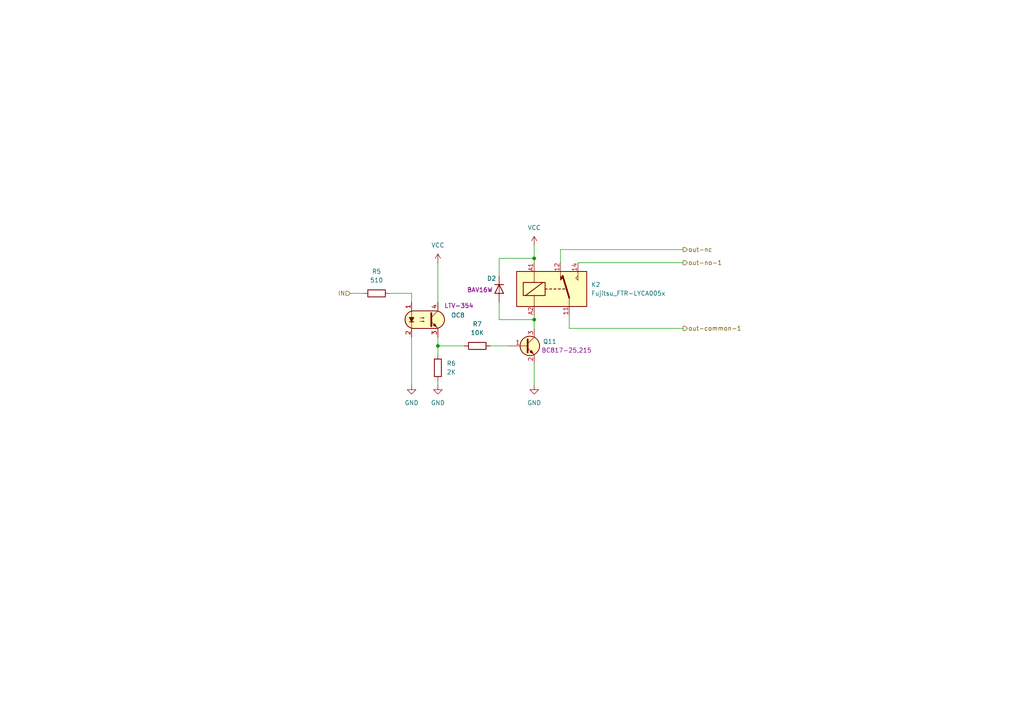
<source format=kicad_sch>
(kicad_sch (version 20250114) (generator "eeschema") (generator_version "9.0")
  (paper "A4")
  (lib_symbols
    (symbol "Diode:1N4148WT" (pin_numbers (hide yes)) (pin_names (hide yes))
      (property "Reference" "D" (at 0 2.54 0))
      (property "Value" "1N4148WT" (at 0 -2.54 0))
      (symbol "1N4148WT_0_1"
        (polyline (pts (xy -1.27 1.27) (xy -1.27 -1.27)) (stroke (width 0.254)))
        (polyline (pts (xy 1.27 1.27) (xy 1.27 -1.27) (xy -1.27 0) (xy 1.27 1.27)) (stroke (width 0.254)))
        (polyline (pts (xy 1.27 0) (xy -1.27 0)))
      )
      (symbol "1N4148WT_1_1"
        (pin passive line (at -3.81 0 0) (length 2.54) (name "K") (number "1"))
        (pin passive line (at 3.81 0 180) (length 2.54) (name "A") (number "2"))
      )
    )
    (symbol "Optocoupler_AKL:FOD817S" (pin_names (offset 1.016))
      (property "Reference" "OC" (at 6.35 1.27 0))
      (property "Value" "FOD817S" (at 6.35 -1.27 0))
      (symbol "FOD817S_0_1"
        (polyline (pts (xy -4.445 -0.635) (xy -3.175 -0.635)) (stroke (width 0.254)))
        (polyline (pts (xy -3.81 -0.635) (xy -4.445 0.635) (xy -3.175 0.635) (xy -3.81 -0.635)) (stroke (width 0.254)) (fill (type outline)))
        (polyline (pts (xy -3.81 -2.54) (xy -3.81 -1.27) (xy -3.81 2.54)) (stroke (width 0.1524)))
        (polyline (pts (xy -3.175 2.54) (xy 3.175 2.54)) (stroke (width 0.254)))
        (arc (start -3.1975 -2.54) (mid -5.7151 0) (end -3.1975 2.54) (stroke (width 0.254)))
        (polyline (pts (xy -2.54 2.54) (xy 3.429 2.54) (xy 4.318 2.286) (xy 4.699 2.032) (xy 5.08 1.651) (xy 5.461 1.016) (xy 5.715 0.381) (xy 5.715 -0.381) (xy 5.461 -1.143) (xy 4.826 -1.905) (xy 4.191 -2.286) (xy 3.302 -2.54) (xy -3.81 -2.54) (xy -3.81 -2.54) (xy -4.572 -2.032) (xy -5.08 -1.778) (xy -5.588 -0.508) (xy -5.588 0.254) (xy -5.588 1.016) (xy -5.08 1.778) (xy -4.318 2.286) (xy -3.556 2.54) (xy -2.54 2.54)) (stroke (width 0.01)) (fill (type background)))
        (polyline (pts (xy -1.397 0.508) (xy -0.127 0.508) (xy -0.508 0.381) (xy -0.508 0.635) (xy -0.127 0.508)))
        (polyline (pts (xy -1.397 -0.508) (xy -0.127 -0.508) (xy -0.508 -0.635) (xy -0.508 -0.381) (xy -0.127 -0.508)))
        (polyline (pts (xy 1.905 1.905) (xy 1.905 -1.905) (xy 1.905 -1.905)) (stroke (width 0.508)))
        (polyline (pts (xy 1.905 0.635) (xy 3.81 2.54)))
        (polyline (pts (xy 2.413 -1.651) (xy 2.921 -1.143) (xy 3.429 -2.159) (xy 2.413 -1.651) (xy 2.413 -1.651)) (fill (type outline)))
        (arc (start 3.1975 2.54) (mid 5.7151 0) (end 3.1975 -2.54) (stroke (width 0.254)))
        (polyline (pts (xy 3.175 -2.54) (xy -3.175 -2.54)) (stroke (width 0.254)))
        (polyline (pts (xy 3.81 -2.54) (xy 1.905 -0.635)) (fill (type outline)))
      )
      (symbol "FOD817S_1_1"
        (pin passive line (at -3.81 5.08 270) (length 2.54) (name "~") (number "1"))
        (pin passive line (at -3.81 -5.08 90) (length 2.54) (name "~") (number "2"))
        (pin passive line (at 3.81 5.08 270) (length 2.54) (name "~") (number "4"))
        (pin passive line (at 3.81 -5.08 90) (length 2.54) (name "~") (number "3"))
      )
    )
    (symbol "Relay:Fujitsu_FTR-LYCA005x"
      (property "Reference" "K" (at 11.43 3.81 0))
      (property "Value" "Fujitsu_FTR-LYCA005x" (at 11.43 1.27 0))
      (symbol "Fujitsu_FTR-LYCA005x_0_0"
        (polyline (pts (xy 7.62 5.08) (xy 7.62 2.54) (xy 6.985 3.175) (xy 7.62 3.81)))
      )
      (symbol "Fujitsu_FTR-LYCA005x_0_1"
        (rectangle (start -10.16 5.08) (end 10.16 -5.08) (stroke (width 0.254)) (fill (type background)))
        (rectangle (start -8.255 1.905) (end -1.905 -1.905) (stroke (width 0.254)))
        (polyline (pts (xy -7.62 -1.905) (xy -2.54 1.905)) (stroke (width 0.254)))
        (polyline (pts (xy -5.08 5.08) (xy -5.08 1.905)))
        (polyline (pts (xy -5.08 -5.08) (xy -5.08 -1.905)))
        (polyline (pts (xy -1.905 0) (xy -1.27 0)) (stroke (width 0.254)))
        (polyline (pts (xy -0.635 0) (xy 0 0)) (stroke (width 0.254)))
        (polyline (pts (xy 0.635 0) (xy 1.27 0)) (stroke (width 0.254)))
        (polyline (pts (xy 1.905 0) (xy 2.54 0)) (stroke (width 0.254)))
        (polyline (pts (xy 2.54 5.08) (xy 2.54 2.54) (xy 3.175 3.175) (xy 2.54 3.81)) (fill (type outline)))
        (polyline (pts (xy 3.175 0) (xy 3.81 0)) (stroke (width 0.254)))
        (polyline (pts (xy 5.08 -2.54) (xy 3.175 3.81)) (stroke (width 0.508)))
        (polyline (pts (xy 5.08 -2.54) (xy 5.08 -5.08)))
      )
      (symbol "Fujitsu_FTR-LYCA005x_1_1"
        (pin passive line (at -5.08 7.62 270) (length 2.54) (name "~") (number "A1"))
        (pin passive line (at -5.08 -7.62 90) (length 2.54) (name "~") (number "A2"))
        (pin passive line (at 2.54 7.62 270) (length 2.54) (name "~") (number "12"))
        (pin passive line (at 5.08 -7.62 90) (length 2.54) (name "~") (number "11"))
        (pin passive line (at 7.62 7.62 270) (length 2.54) (name "~") (number "14"))
      )
    )
    (symbol "Resistor_AKL:R_0603" (pin_numbers (hide yes)) (pin_names (offset 0))
      (property "Reference" "R" (at 2.54 1.27 0))
      (property "Value" "R_0603" (at 2.54 -1.27 0))
      (symbol "R_0603_0_1"
        (rectangle (start -1.016 2.54) (end 1.016 -2.54) (stroke (width 0.254)))
      )
      (symbol "R_0603_0_2"
        (polyline (pts (xy -2.54 -2.54) (xy -1.524 -1.524)))
        (polyline (pts (xy 1.524 1.524) (xy 2.54 2.54)))
        (polyline (pts (xy 1.524 1.524) (xy 0.889 2.159) (xy -2.159 -0.889) (xy -0.889 -2.159) (xy 2.159 0.889) (xy 1.524 1.524)) (stroke (width 0.254)))
      )
      (symbol "R_0603_1_1"
        (pin passive line (at 0 3.81 270) (length 1.27) (name "~") (number "1"))
        (pin passive line (at 0 -3.81 90) (length 1.27) (name "~") (number "2"))
      )
      (symbol "R_0603_1_2"
        (pin passive line (at -2.54 -2.54 0) (length 0) (name "") (number "2"))
        (pin passive line (at 2.54 2.54 180) (length 0) (name "") (number "1"))
      )
    )
    (symbol "Transistor_BJT_AKL:BFN26" (pin_names (hide yes))
      (property "Reference" "Q" (at 5.08 1.27 0))
      (property "Value" "BFN26" (at 5.08 -1.27 0))
      (symbol "BFN26_0_1"
        (polyline (pts (xy 0.635 1.905) (xy 0.635 -1.905) (xy 0.635 -1.905)) (stroke (width 0.508)))
        (polyline (pts (xy 0.635 0.635) (xy 2.54 2.54)))
        (polyline (pts (xy 0.635 -0.635) (xy 2.54 -2.54) (xy 2.54 -2.54)))
        (circle (center 1.27 0) (radius 2.8194) (stroke (width 0.254)) (fill (type background)))
        (polyline (pts (xy 1.27 -1.778) (xy 1.778 -1.27) (xy 2.286 -2.286) (xy 1.27 -1.778) (xy 1.27 -1.778)) (fill (type outline)))
      )
      (symbol "BFN26_1_1"
        (pin input line (at -5.08 0 0) (length 5.715) (name "B") (number "1"))
        (pin passive line (at 2.54 5.08 270) (length 2.54) (name "C") (number "3"))
        (pin passive line (at 2.54 -5.08 90) (length 2.54) (name "E") (number "2"))
      )
    )
    (symbol "power:GND" (power) (pin_numbers (hide yes)) (pin_names (offset 0) (hide yes))
      (property "Value" "GND" (at 0 -3.81 0))
      (symbol "GND_0_1"
        (polyline (pts (xy 0 0) (xy 0 -1.27) (xy 1.27 -1.27) (xy 0 -2.54) (xy -1.27 -1.27) (xy 0 -1.27)))
      )
      (symbol "GND_1_1"
        (pin power_in line (at 0 0 270) (length 0) (name "~") (number "1"))
      )
    )
    (symbol "power:VCC" (power) (pin_numbers (hide yes)) (pin_names (offset 0) (hide yes))
      (property "Value" "VCC" (at 0 3.556 0))
      (symbol "VCC_0_1"
        (polyline (pts (xy -0.762 1.27) (xy 0 2.54)))
        (polyline (pts (xy 0 2.54) (xy 0.762 1.27)))
        (polyline (pts (xy 0 0) (xy 0 2.54)))
      )
      (symbol "VCC_1_1"
        (pin power_in line (at 0 0 90) (length 0) (name "~") (number "1"))
      )
    )
  )
  (junction (at 127 100.33))
  (junction (at 154.94 92.71))
  (junction (at 154.94 74.93))
  (wire (pts (xy 144.78 87.63) (xy 144.78 92.71)))
  (wire (pts (xy 154.94 74.93) (xy 154.94 76.2)))
  (wire (pts (xy 127 100.33) (xy 127 97.79)))
  (wire (pts (xy 101.6 85.09) (xy 105.41 85.09)))
  (wire (pts (xy 144.78 80.01) (xy 144.78 74.93)))
  (wire (pts (xy 154.94 92.71) (xy 154.94 95.25)))
  (wire (pts (xy 142.24 100.33) (xy 147.32 100.33)))
  (wire (pts (xy 154.94 71.12) (xy 154.94 74.93)))
  (wire (pts (xy 165.1 91.44) (xy 165.1 95.25)))
  (wire (pts (xy 127 100.33) (xy 134.62 100.33)))
  (wire (pts (xy 119.38 85.09) (xy 119.38 87.63)))
  (wire (pts (xy 127 110.49) (xy 127 111.76)))
  (wire (pts (xy 144.78 74.93) (xy 154.94 74.93)))
  (wire (pts (xy 154.94 105.41) (xy 154.94 111.76)))
  (wire (pts (xy 162.56 76.2) (xy 162.56 72.39)))
  (wire (pts (xy 154.94 91.44) (xy 154.94 92.71)))
  (wire (pts (xy 127 76.2) (xy 127 87.63)))
  (wire (pts (xy 119.38 97.79) (xy 119.38 111.76)))
  (wire (pts (xy 144.78 92.71) (xy 154.94 92.71)))
  (wire (pts (xy 167.64 76.2) (xy 198.12 76.2)))
  (wire (pts (xy 162.56 72.39) (xy 198.12 72.39)))
  (wire (pts (xy 127 102.87) (xy 127 100.33)))
  (wire (pts (xy 165.1 95.25) (xy 198.12 95.25)))
  (wire (pts (xy 113.03 85.09) (xy 119.38 85.09)))
  (hierarchical_label "out-nc" (shape output) (at 198.12 72.39 0))
  (hierarchical_label "IN" (shape input) (at 101.6 85.09 180))
  (hierarchical_label "out-no-1" (shape output) (at 198.12 76.2 0))
  (hierarchical_label "out-common-1" (shape output) (at 198.12 95.25 0))
  (symbol (lib_id "Diode:1N4148WT") (at 144.78 83.82 270) (unit 1)
    (property "Reference" "D2" (at 141.224 80.772 90) (effects (justify left)))
    (property "Value" "1N4148WT" (effects (hide yes)))
    (property "Footprint" "Diode_SMD:D_SOD-523" (effects (hide yes)))
    (property "Datasheet" "https://www.diodes.com/assets/Datasheets/ds30396.pdf" (effects (hide yes)))
    (property "Description" "75V 0.15A Fast switching Diode, SOD-523" (effects (hide yes)))
    (property "Sim.Device" "D" (effects (hide yes)))
    (property "Sim.Pins" "1=K 2=A" (effects (hide yes)))
    (property "Part number" "BAV16W" (at 139.192 84.074 90))
  )
  (symbol (lib_id "Transistor_BJT_AKL:BFN26") (at 152.4 100.33 0) (unit 1)
    (property "Reference" "Q11" (at 157.48 99.0599 0) (effects (justify left)))
    (property "Value" "BFN26" (effects (hide yes)))
    (property "Footprint" "Package_TO_SOT_SMD_AKL:SOT-23" (effects (hide yes)))
    (property "Datasheet" "https://www.tme.eu/Document/43310f91a0e397761035f1d1abdd24c6/BFN24.pdf" (effects (hide yes)))
    (property "Description" "NPN SOT-23 high voltage transistor, 300V, 200mA, 360mW, Alternate KiCAD Library" (effects (hide yes)))
    (property "Part number" "BC817-25,215" (at 164.338 101.6 0))
  )
  (symbol (lib_id "Resistor_AKL:R_0603") (at 127 106.68 180) (unit 1)
    (property "Reference" "R6" (at 129.54 105.4099 0) (effects (justify right)))
    (property "Value" "2K" (at 129.54 107.9499 0) (effects (justify right)))
    (property "Footprint" "Resistor_SMD_AKL:R_0603_1608Metric" (effects (hide yes)))
    (property "Description" "SMD 0603 Chip Resistor, European Symbol, Alternate KiCad Library" (effects (hide yes)))
  )
  (symbol (lib_id "Optocoupler_AKL:FOD817S") (at 123.19 92.71 0) (unit 1)
    (property "Reference" "OC8" (at 130.81 91.4399 0) (effects (justify left)))
    (property "Value" "FOD817S" (effects (hide yes)))
    (property "Footprint" "Package_DIP_AKL:SMDIP-4_W9.53mm" (effects (hide yes)))
    (property "Datasheet" "https://www.tme.eu/Document/3a0358906a5fcb3aa253d025de809a1d/FOD814300W.PDF" (effects (hide yes)))
    (property "Description" "SMDIP-4 Optocoupler, Transistor output, 5kV, 8us, Alternate KiCAD Library" (effects (hide yes)))
    (property "Part Number" "LTV-354" (at 133.096 88.646 0))
  )
  (symbol (lib_id "power:GND") (at 119.38 111.76 0) (unit 1)
    (property "Reference" "#PWR011" (effects (hide yes)))
    (property "Value" "GND" (at 119.38 116.84 0))
    (property "Description" "Power symbol creates a global label with name \"GND\" , ground" (effects (hide yes)))
  )
  (symbol (lib_id "power:VCC") (at 154.94 71.12 0) (unit 1)
    (property "Reference" "#PWR014" (effects (hide yes)))
    (property "Value" "VCC" (at 154.94 66.04 0))
    (property "Description" "Power symbol creates a global label with name \"VCC\"" (effects (hide yes)))
  )
  (symbol (lib_id "Resistor_AKL:R_0603") (at 138.43 100.33 270) (unit 1)
    (property "Reference" "R7" (at 138.43 93.98 90))
    (property "Value" "10K" (at 138.43 96.52 90))
    (property "Footprint" "Resistor_SMD_AKL:R_0603_1608Metric" (effects (hide yes)))
    (property "Description" "SMD 0603 Chip Resistor, European Symbol, Alternate KiCad Library" (effects (hide yes)))
  )
  (symbol (lib_id "Resistor_AKL:R_0603") (at 109.22 85.09 90) (unit 1)
    (property "Reference" "R5" (at 109.22 78.74 90))
    (property "Value" "510" (at 109.22 81.28 90))
    (property "Footprint" "Resistor_SMD_AKL:R_0603_1608Metric" (effects (hide yes)))
    (property "Description" "SMD 0603 Chip Resistor, European Symbol, Alternate KiCad Library" (effects (hide yes)))
  )
  (symbol (lib_id "Relay:Fujitsu_FTR-LYCA005x") (at 160.02 83.82 0) (unit 1)
    (property "Reference" "K2" (at 171.45 82.5499 0) (effects (justify left)))
    (property "Value" "Fujitsu_FTR-LYCA005x" (at 171.45 85.0899 0) (effects (justify left)))
    (property "Footprint" "Relay_THT:Relay_SPDT_Fujitsu_FTR-LYCA005x_FormC_Vertical" (effects (hide yes)))
    (property "Datasheet" "https://www.fujitsu.com/sg/imagesgig5/ftr-ly.pdf" (effects (hide yes)))
    (property "Description" "Relay, SPDT Form C, vertical mount, 5-60V coil, 6A, 250VAC, 28 x 5 x 15mm" (effects (hide yes)))
  )
  (symbol (lib_id "power:GND") (at 127 111.76 0) (unit 1)
    (property "Reference" "#PWR013" (effects (hide yes)))
    (property "Value" "GND" (at 127 116.84 0))
    (property "Description" "Power symbol creates a global label with name \"GND\" , ground" (effects (hide yes)))
  )
  (symbol (lib_id "power:VCC") (at 127 76.2 0) (unit 1)
    (property "Reference" "#PWR012" (effects (hide yes)))
    (property "Value" "VCC" (at 127 71.12 0))
    (property "Description" "Power symbol creates a global label with name \"VCC\"" (effects (hide yes)))
  )
  (symbol (lib_id "power:GND") (at 154.94 111.76 0) (unit 1)
    (property "Reference" "#PWR015" (effects (hide yes)))
    (property "Value" "GND" (at 154.94 116.84 0))
    (property "Description" "Power symbol creates a global label with name \"GND\" , ground" (effects (hide yes)))
  )
)
</source>
